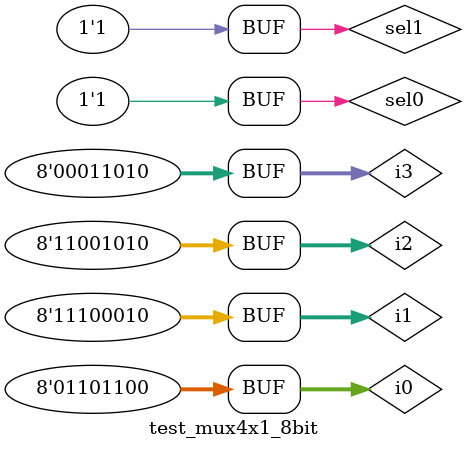
<source format=v>
module mux2x1(
    i0, i1, sel, f
);
    input i0, i1, sel;
    output f;
    and(a, i0, nsel);
    and(b, i1, sel);
    not(nsel, sel);
    or(f, a, b);
endmodule

module mux4x1(
    i0, i1, i2, i3, sel0, sel1, f
);
    input i0, i1, i2, i3, sel0, sel1;
    output f;
    wire f1, f2;
    mux2x1 m1(.i0(i0), .i1(i1), .sel(sel0), .f(f1));
    mux2x1 m2(.i0(i2), .i1(i3), .sel(sel0), .f(f2));
    mux2x1 m3(.i0(f1), .i1(f2), .sel(sel1), .f(f));
endmodule

module mux4x1_8bit(
    i0, i1, i2, i3, sel0, sel1, f
);
    input [7:0] i0, i1, i2, i3;
    input sel0, sel1;
    output [7:0] f;
    mux4x1 m0(.i0(i0[0]), .i1(i1[0]), .i2(i2[0]), .i3(i3[0]), .sel0(sel0), .sel1(sel1), .f(f[0]));
    mux4x1 m1(.i0(i0[1]), .i1(i1[1]), .i2(i2[1]), .i3(i3[1]), .sel0(sel0), .sel1(sel1), .f(f[1]));
    mux4x1 m2(.i0(i0[2]), .i1(i1[2]), .i2(i2[2]), .i3(i3[2]), .sel0(sel0), .sel1(sel1), .f(f[2]));
    mux4x1 m3(.i0(i0[3]), .i1(i1[3]), .i2(i2[3]), .i3(i3[3]), .sel0(sel0), .sel1(sel1), .f(f[3]));
    mux4x1 m4(.i0(i0[4]), .i1(i1[4]), .i2(i2[4]), .i3(i3[4]), .sel0(sel0), .sel1(sel1), .f(f[4]));
    mux4x1 m5(.i0(i0[5]), .i1(i1[5]), .i2(i2[5]), .i3(i3[5]), .sel0(sel0), .sel1(sel1), .f(f[5]));
    mux4x1 m6(.i0(i0[6]), .i1(i1[6]), .i2(i2[6]), .i3(i3[6]), .sel0(sel0), .sel1(sel1), .f(f[6]));
    mux4x1 m7(.i0(i0[7]), .i1(i1[7]), .i2(i2[7]), .i3(i3[7]), .sel0(sel0), .sel1(sel1), .f(f[7]));
endmodule

module test_mux4x1_8bit();
    reg [7:0] i0, i1, i2, i3;
    reg sel0, sel1;
    wire [7:0] f;
    mux4x1_8bit test(.i0(i0), .i1(i1), .i2(i2), .i3(i3), .sel0(sel0), .sel1(sel1), .f(f));
    initial begin
        $monitor("i0=%b, i1=%b, i2=%b, i3=%b, sel0=%b, sel1=%b | f=%b", i0, i1, i2, i3, sel0, sel1, f);
        sel0 = 1'b0;
        sel1 = 1'b0;
        i0 = 8'b01101100;
        i1 = 8'b11100010;
        i2 = 8'b11001010;
        i3 = 8'b00011010;
        #10
        sel0 = 1'b1;
        #10
        sel0 = 1'b0;
        sel1 = 1'b1;
        #10
        sel0 = 1'b1;
    end
endmodule
</source>
